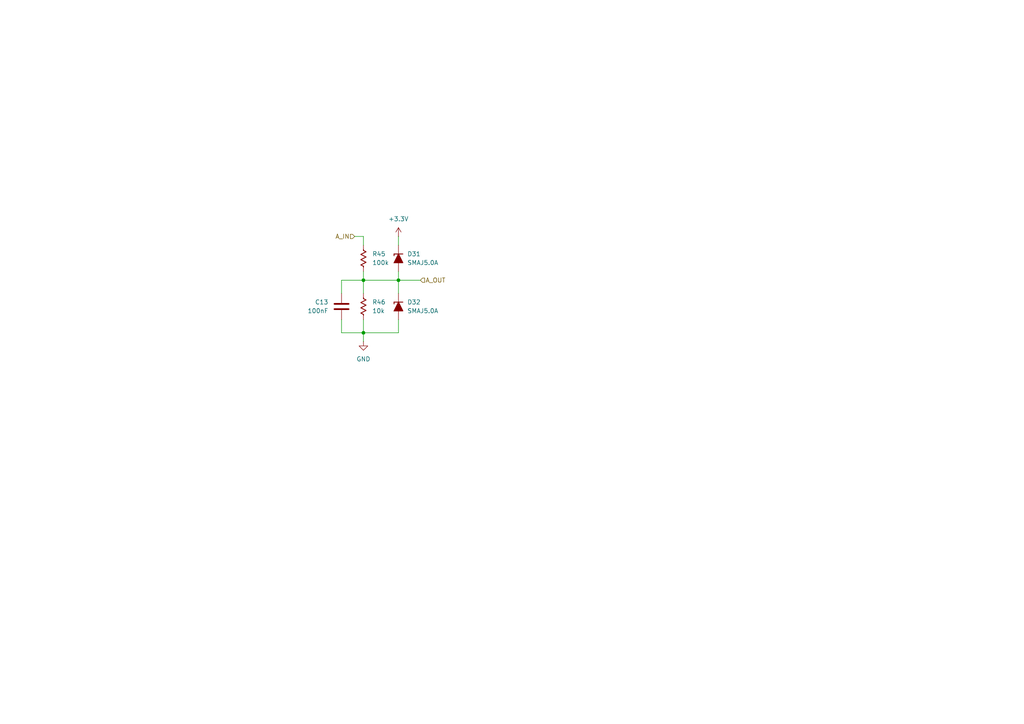
<source format=kicad_sch>
(kicad_sch (version 20250114) (generator "eeschema") (generator_version "9.0")
  (paper "A4")
  (lib_symbols
    (symbol "PCM_Capacitor_US_AKL:C_0603" (pin_numbers (hide yes)) (pin_names (offset 0.254))
      (property "Reference" "C" (at 0.635 2.54 0))
      (property "Value" "C_0603" (at 0.635 -2.54 0))
      (symbol "C_0603_0_1"
        (polyline (pts (xy -2.032 0.762) (xy 2.032 0.762)) (stroke (width 0.508)))
        (polyline (pts (xy -2.032 -0.762) (xy 2.032 -0.762)) (stroke (width 0.508)))
      )
      (symbol "C_0603_0_2"
        (polyline (pts (xy -2.54 -2.54) (xy -0.381 -0.381)))
        (polyline (pts (xy -0.508 -0.508) (xy -1.651 0.635)) (stroke (width 0.508)))
        (polyline (pts (xy -0.508 -0.508) (xy 0.635 -1.651)) (stroke (width 0.508)))
        (polyline (pts (xy 0.381 0.381) (xy 2.54 2.54)))
        (polyline (pts (xy 0.508 0.508) (xy -0.635 1.651)) (stroke (width 0.508)))
        (polyline (pts (xy 0.508 0.508) (xy 1.651 -0.635)) (stroke (width 0.508)))
      )
      (symbol "C_0603_1_1"
        (pin passive line (at 0 3.81 270) (length 2.794) (name "~") (number "1"))
        (pin passive line (at 0 -3.81 90) (length 2.794) (name "~") (number "2"))
      )
      (symbol "C_0603_1_2"
        (pin passive line (at -2.54 -2.54 90) (length 0) (name "~") (number "2"))
        (pin passive line (at 2.54 2.54 270) (length 0) (name "~") (number "1"))
      )
    )
    (symbol "PCM_Diode_TVS_AKL:SMAJ5.0A" (pin_numbers (hide yes)) (pin_names (offset 1.016) (hide yes))
      (property "Reference" "D" (at 0 5.08 0))
      (property "Value" "SMAJ5.0A" (at 0 2.54 0))
      (symbol "SMAJ5.0A_0_1"
        (polyline (pts (xy -1.27 1.27) (xy -1.27 -1.27) (xy 1.27 0) (xy -1.27 1.27)) (stroke (width 0.254)) (fill (type outline)))
        (polyline (pts (xy -1.27 0) (xy 1.27 0)))
        (polyline (pts (xy 1.27 1.27) (xy 0.762 1.27)) (stroke (width 0.254)))
        (polyline (pts (xy 1.27 -1.27) (xy 1.27 1.27)) (stroke (width 0.254)))
      )
      (symbol "SMAJ5.0A_0_2"
        (polyline (pts (xy -2.54 -2.54) (xy 2.54 2.54)))
        (polyline (pts (xy -0.889 -0.889) (xy -1.778 0) (xy 0.889 0.889) (xy 0 -1.778) (xy -0.889 -0.889)) (stroke (width 0.254)) (fill (type outline)))
        (polyline (pts (xy 0 1.778) (xy -0.381 1.397)) (stroke (width 0.254)))
        (polyline (pts (xy 0 1.778) (xy 1.778 0)) (stroke (width 0.254)))
      )
      (symbol "SMAJ5.0A_1_1"
        (pin passive line (at -3.81 0 0) (length 2.54) (name "A") (number "2"))
        (pin passive line (at 3.81 0 180) (length 2.54) (name "K") (number "1"))
      )
      (symbol "SMAJ5.0A_1_2"
        (pin passive line (at -2.54 -2.54 0) (length 0) (name "A") (number "2"))
        (pin passive line (at 2.54 2.54 180) (length 0) (name "K") (number "1"))
      )
    )
    (symbol "PCM_Resistor_US_AKL:R_0603" (pin_numbers (hide yes)) (pin_names (offset 0))
      (property "Reference" "R" (at 2.54 1.27 0))
      (property "Value" "R_0603" (at 2.54 -1.27 0))
      (symbol "R_0603_0_1"
        (polyline (pts (xy 0 2.286) (xy 0 2.54)) (stroke (width 0.254)))
        (polyline (pts (xy 0 2.286) (xy 0.762 1.905) (xy -0.762 1.143) (xy 0 0.762) (xy 0.762 0.381) (xy 0 0) (xy -0.762 -0.381) (xy 0 -0.762) (xy 0.762 -1.143) (xy 0 -1.524) (xy -0.762 -1.905) (xy 0 -2.286)) (stroke (width 0.254)))
        (polyline (pts (xy 0 -2.286) (xy 0 -2.54)) (stroke (width 0.254)))
      )
      (symbol "R_0603_0_2"
        (polyline (pts (xy -2.54 -2.54) (xy -1.778 -1.778)))
        (polyline (pts (xy -1.778 -1.778) (xy -1.524 -1.524)) (stroke (width 0.254)))
        (polyline (pts (xy -1.524 -1.524) (xy -1.778 -0.762) (xy -1.016 -1.016)) (stroke (width 0.254)))
        (polyline (pts (xy -0.508 -0.508) (xy -0.762 0.254) (xy 0 0)) (stroke (width 0.254)))
        (polyline (pts (xy -0.508 -0.508) (xy -0.254 -1.27) (xy -1.016 -1.016)) (stroke (width 0.254)))
        (polyline (pts (xy 0.508 0.508) (xy 0.254 1.27) (xy 1.016 1.016)) (stroke (width 0.254)))
        (polyline (pts (xy 0.508 0.508) (xy 0.762 -0.254) (xy 0 0)) (stroke (width 0.254)))
        (polyline (pts (xy 1.524 1.524) (xy 1.778 0.762) (xy 1.016 1.016)) (stroke (width 0.254)))
        (polyline (pts (xy 1.778 1.778) (xy 1.524 1.524)) (stroke (width 0.254)))
        (polyline (pts (xy 1.778 1.778) (xy 2.54 2.54)))
      )
      (symbol "R_0603_1_1"
        (pin passive line (at 0 3.81 270) (length 1.27) (name "~") (number "1"))
        (pin passive line (at 0 -3.81 90) (length 1.27) (name "~") (number "2"))
      )
      (symbol "R_0603_1_2"
        (pin passive line (at -2.54 -2.54 0) (length 0) (name "") (number "2"))
        (pin passive line (at 2.54 2.54 180) (length 0) (name "") (number "1"))
      )
    )
    (symbol "power:+3.3V" (power) (pin_numbers (hide yes)) (pin_names (offset 0) (hide yes))
      (property "Value" "+3.3V" (at 0 3.556 0))
      (symbol "+3.3V_0_1"
        (polyline (pts (xy -0.762 1.27) (xy 0 2.54)))
        (polyline (pts (xy 0 2.54) (xy 0.762 1.27)))
        (polyline (pts (xy 0 0) (xy 0 2.54)))
      )
      (symbol "+3.3V_1_1"
        (pin power_in line (at 0 0 90) (length 0) (name "~") (number "1"))
      )
    )
    (symbol "power:GND" (power) (pin_numbers (hide yes)) (pin_names (offset 0) (hide yes))
      (property "Value" "GND" (at 0 -3.81 0))
      (symbol "GND_0_1"
        (polyline (pts (xy 0 0) (xy 0 -1.27) (xy 1.27 -1.27) (xy 0 -2.54) (xy -1.27 -1.27) (xy 0 -1.27)))
      )
      (symbol "GND_1_1"
        (pin power_in line (at 0 0 270) (length 0) (name "~") (number "1"))
      )
    )
  )
  (junction (at 115.57 81.28))
  (junction (at 105.41 81.28))
  (junction (at 105.41 96.52))
  (wire (pts (xy 99.06 85.09) (xy 99.06 81.28)))
  (wire (pts (xy 99.06 81.28) (xy 105.41 81.28)))
  (wire (pts (xy 115.57 96.52) (xy 105.41 96.52)))
  (wire (pts (xy 105.41 99.06) (xy 105.41 96.52)))
  (wire (pts (xy 105.41 81.28) (xy 115.57 81.28)))
  (wire (pts (xy 102.87 68.58) (xy 105.41 68.58)))
  (wire (pts (xy 105.41 68.58) (xy 105.41 71.12)))
  (wire (pts (xy 115.57 78.74) (xy 115.57 81.28)))
  (wire (pts (xy 115.57 81.28) (xy 115.57 85.09)))
  (wire (pts (xy 105.41 92.71) (xy 105.41 96.52)))
  (wire (pts (xy 105.41 81.28) (xy 105.41 85.09)))
  (wire (pts (xy 105.41 78.74) (xy 105.41 81.28)))
  (wire (pts (xy 115.57 81.28) (xy 121.92 81.28)))
  (wire (pts (xy 99.06 96.52) (xy 105.41 96.52)))
  (wire (pts (xy 115.57 68.58) (xy 115.57 71.12)))
  (wire (pts (xy 99.06 92.71) (xy 99.06 96.52)))
  (wire (pts (xy 115.57 92.71) (xy 115.57 96.52)))
  (hierarchical_label "A_IN" (shape input) (at 102.87 68.58 180))
  (hierarchical_label "A_OUT" (shape input) (at 121.92 81.28 0))
  (symbol (lib_id "power:GND") (at 105.41 99.06 0) (unit 1)
    (property "Reference" "#PWR070" (effects (hide yes)))
    (property "Value" "GND" (at 105.41 104.14 0))
    (property "Description" "Power symbol creates a global label with name \"GND\" , ground" (effects (hide yes)))
  )
  (symbol (lib_id "PCM_Diode_TVS_AKL:SMAJ5.0A") (at 115.57 74.93 90) (unit 1)
    (property "Reference" "D31" (at 118.11 73.6599 90) (effects (justify right)))
    (property "Value" "SMAJ5.0A" (at 118.11 76.1999 90) (effects (justify right)))
    (property "Footprint" "PCM_Diode_SMD_AKL:D_SMA" (effects (hide yes)))
    (property "Datasheet" "https://www.tme.eu/Document/dbc72d81c249fe51b6ab42300e8e06d0/SMAJ_ser.pdf" (effects (hide yes)))
    (property "Description" "SMA Unidirectional TVS diode, 5V, 400W, Alternate KiCAD Library" (effects (hide yes)))
  )
  (symbol (lib_id "power:+3.3V") (at 115.57 68.58 0) (unit 1)
    (property "Reference" "#PWR071" (effects (hide yes)))
    (property "Value" "+3.3V" (at 115.57 63.5 0))
    (property "Description" "Power symbol creates a global label with name \"+3.3V\"" (effects (hide yes)))
  )
  (symbol (lib_id "PCM_Resistor_US_AKL:R_0603") (at 105.41 74.93 180) (unit 1)
    (property "Reference" "R45" (at 107.95 73.6599 0) (effects (justify right)))
    (property "Value" "100k" (at 107.95 76.1999 0) (effects (justify right)))
    (property "Footprint" "PCM_Resistor_SMD_AKL:R_0603_1608Metric" (effects (hide yes)))
    (property "Description" "SMD 0603 Chip Resistor, US Symbol, Alternate KiCad Library" (effects (hide yes)))
  )
  (symbol (lib_id "PCM_Diode_TVS_AKL:SMAJ5.0A") (at 115.57 88.9 90) (unit 1)
    (property "Reference" "D32" (at 118.11 87.6299 90) (effects (justify right)))
    (property "Value" "SMAJ5.0A" (at 118.11 90.1699 90) (effects (justify right)))
    (property "Footprint" "PCM_Diode_SMD_AKL:D_SMA" (effects (hide yes)))
    (property "Datasheet" "https://www.tme.eu/Document/dbc72d81c249fe51b6ab42300e8e06d0/SMAJ_ser.pdf" (effects (hide yes)))
    (property "Description" "SMA Unidirectional TVS diode, 5V, 400W, Alternate KiCAD Library" (effects (hide yes)))
  )
  (symbol (lib_id "PCM_Resistor_US_AKL:R_0603") (at 105.41 88.9 180) (unit 1)
    (property "Reference" "R46" (at 107.95 87.6299 0) (effects (justify right)))
    (property "Value" "10k" (at 107.95 90.1699 0) (effects (justify right)))
    (property "Footprint" "PCM_Resistor_SMD_AKL:R_0603_1608Metric" (effects (hide yes)))
    (property "Description" "SMD 0603 Chip Resistor, US Symbol, Alternate KiCad Library" (effects (hide yes)))
  )
  (symbol (lib_id "PCM_Capacitor_US_AKL:C_0603") (at 99.06 88.9 0) (mirror y) (unit 1)
    (property "Reference" "C13" (at 95.25 87.6299 0) (effects (justify left)))
    (property "Value" "100nF" (at 95.25 90.1699 0) (effects (justify left)))
    (property "Footprint" "PCM_Capacitor_SMD_AKL:C_0603_1608Metric" (effects (hide yes)))
    (property "Description" "SMD 0603 MLCC capacitor, Alternate KiCad Library" (effects (hide yes)))
    (property "Voltage" "10V" (effects (hide yes)))
  )
)
</source>
